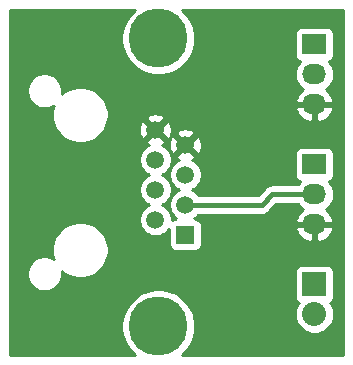
<source format=gbr>
G04 #@! TF.GenerationSoftware,KiCad,Pcbnew,(5.1.2-1)-1*
G04 #@! TF.CreationDate,2019-05-30T18:56:23+02:00*
G04 #@! TF.ProjectId,BBC Joystick Connector,42424320-4a6f-4797-9374-69636b20436f,rev?*
G04 #@! TF.SameCoordinates,Original*
G04 #@! TF.FileFunction,Copper,L1,Top*
G04 #@! TF.FilePolarity,Positive*
%FSLAX46Y46*%
G04 Gerber Fmt 4.6, Leading zero omitted, Abs format (unit mm)*
G04 Created by KiCad (PCBNEW (5.1.2-1)-1) date 2019-05-30 18:56:23*
%MOMM*%
%LPD*%
G04 APERTURE LIST*
%ADD10C,5.000000*%
%ADD11O,2.032000X2.032000*%
%ADD12R,2.032000X2.032000*%
%ADD13O,2.032000X1.727200*%
%ADD14R,2.032000X1.727200*%
%ADD15C,1.501140*%
%ADD16R,1.501140X1.501140*%
%ADD17C,0.400000*%
%ADD18C,0.254000*%
G04 APERTURE END LIST*
D10*
X134112000Y-60452000D03*
X134112000Y-36068000D03*
D11*
X147320000Y-59436000D03*
D12*
X147320000Y-56896000D03*
D13*
X147320000Y-51816000D03*
X147320000Y-49276000D03*
D14*
X147320000Y-46736000D03*
D13*
X147320000Y-41656000D03*
X147320000Y-39116000D03*
D14*
X147320000Y-36576000D03*
D15*
X133858000Y-43815000D03*
X133858000Y-51435000D03*
X136398000Y-50165000D03*
X133858000Y-48895000D03*
X136398000Y-47625000D03*
X133858000Y-46355000D03*
X136398000Y-45085000D03*
D16*
X136398000Y-52705000D03*
D17*
X136398000Y-50165000D02*
X142875000Y-50165000D01*
X143764000Y-49276000D02*
X147320000Y-49276000D01*
X142875000Y-50165000D02*
X143764000Y-49276000D01*
D18*
G36*
X131676886Y-34069554D02*
G01*
X131333799Y-34583021D01*
X131097476Y-35153554D01*
X130977000Y-35759229D01*
X130977000Y-36376771D01*
X131097476Y-36982446D01*
X131333799Y-37552979D01*
X131676886Y-38066446D01*
X132113554Y-38503114D01*
X132627021Y-38846201D01*
X133197554Y-39082524D01*
X133803229Y-39203000D01*
X134420771Y-39203000D01*
X134858150Y-39116000D01*
X145661749Y-39116000D01*
X145690684Y-39409777D01*
X145776375Y-39692264D01*
X145915531Y-39952606D01*
X146102803Y-40180797D01*
X146330994Y-40368069D01*
X146370947Y-40389424D01*
X146168271Y-40537514D01*
X145969267Y-40753965D01*
X145816314Y-41005081D01*
X145715291Y-41281211D01*
X145712642Y-41296974D01*
X145833783Y-41529000D01*
X147193000Y-41529000D01*
X147193000Y-41509000D01*
X147447000Y-41509000D01*
X147447000Y-41529000D01*
X148806217Y-41529000D01*
X148927358Y-41296974D01*
X148924709Y-41281211D01*
X148823686Y-41005081D01*
X148670733Y-40753965D01*
X148471729Y-40537514D01*
X148269053Y-40389424D01*
X148309006Y-40368069D01*
X148537197Y-40180797D01*
X148724469Y-39952606D01*
X148863625Y-39692264D01*
X148949316Y-39409777D01*
X148978251Y-39116000D01*
X148949316Y-38822223D01*
X148863625Y-38539736D01*
X148724469Y-38279394D01*
X148537197Y-38051203D01*
X148529135Y-38044586D01*
X148580180Y-38029102D01*
X148690494Y-37970137D01*
X148787185Y-37890785D01*
X148866537Y-37794094D01*
X148925502Y-37683780D01*
X148961812Y-37564082D01*
X148974072Y-37439600D01*
X148974072Y-35712400D01*
X148961812Y-35587918D01*
X148925502Y-35468220D01*
X148866537Y-35357906D01*
X148787185Y-35261215D01*
X148690494Y-35181863D01*
X148580180Y-35122898D01*
X148460482Y-35086588D01*
X148336000Y-35074328D01*
X146304000Y-35074328D01*
X146179518Y-35086588D01*
X146059820Y-35122898D01*
X145949506Y-35181863D01*
X145852815Y-35261215D01*
X145773463Y-35357906D01*
X145714498Y-35468220D01*
X145678188Y-35587918D01*
X145665928Y-35712400D01*
X145665928Y-37439600D01*
X145678188Y-37564082D01*
X145714498Y-37683780D01*
X145773463Y-37794094D01*
X145852815Y-37890785D01*
X145949506Y-37970137D01*
X146059820Y-38029102D01*
X146110865Y-38044586D01*
X146102803Y-38051203D01*
X145915531Y-38279394D01*
X145776375Y-38539736D01*
X145690684Y-38822223D01*
X145661749Y-39116000D01*
X134858150Y-39116000D01*
X135026446Y-39082524D01*
X135596979Y-38846201D01*
X136110446Y-38503114D01*
X136547114Y-38066446D01*
X136890201Y-37552979D01*
X137126524Y-36982446D01*
X137247000Y-36376771D01*
X137247000Y-35759229D01*
X137126524Y-35153554D01*
X136890201Y-34583021D01*
X136547114Y-34069554D01*
X136132560Y-33655000D01*
X149733000Y-33655000D01*
X149733000Y-62865000D01*
X136132560Y-62865000D01*
X136547114Y-62450446D01*
X136890201Y-61936979D01*
X137126524Y-61366446D01*
X137247000Y-60760771D01*
X137247000Y-60143229D01*
X137126524Y-59537554D01*
X137084459Y-59436000D01*
X145661012Y-59436000D01*
X145692889Y-59759653D01*
X145787295Y-60070867D01*
X145940602Y-60357684D01*
X146146918Y-60609082D01*
X146398316Y-60815398D01*
X146685133Y-60968705D01*
X146996347Y-61063111D01*
X147238896Y-61087000D01*
X147401104Y-61087000D01*
X147643653Y-61063111D01*
X147954867Y-60968705D01*
X148241684Y-60815398D01*
X148493082Y-60609082D01*
X148699398Y-60357684D01*
X148852705Y-60070867D01*
X148947111Y-59759653D01*
X148978988Y-59436000D01*
X148947111Y-59112347D01*
X148852705Y-58801133D01*
X148699398Y-58514316D01*
X148655737Y-58461115D01*
X148690494Y-58442537D01*
X148787185Y-58363185D01*
X148866537Y-58266494D01*
X148925502Y-58156180D01*
X148961812Y-58036482D01*
X148974072Y-57912000D01*
X148974072Y-55880000D01*
X148961812Y-55755518D01*
X148925502Y-55635820D01*
X148866537Y-55525506D01*
X148787185Y-55428815D01*
X148690494Y-55349463D01*
X148580180Y-55290498D01*
X148460482Y-55254188D01*
X148336000Y-55241928D01*
X146304000Y-55241928D01*
X146179518Y-55254188D01*
X146059820Y-55290498D01*
X145949506Y-55349463D01*
X145852815Y-55428815D01*
X145773463Y-55525506D01*
X145714498Y-55635820D01*
X145678188Y-55755518D01*
X145665928Y-55880000D01*
X145665928Y-57912000D01*
X145678188Y-58036482D01*
X145714498Y-58156180D01*
X145773463Y-58266494D01*
X145852815Y-58363185D01*
X145949506Y-58442537D01*
X145984263Y-58461115D01*
X145940602Y-58514316D01*
X145787295Y-58801133D01*
X145692889Y-59112347D01*
X145661012Y-59436000D01*
X137084459Y-59436000D01*
X136890201Y-58967021D01*
X136547114Y-58453554D01*
X136110446Y-58016886D01*
X135596979Y-57673799D01*
X135026446Y-57437476D01*
X134420771Y-57317000D01*
X133803229Y-57317000D01*
X133197554Y-57437476D01*
X132627021Y-57673799D01*
X132113554Y-58016886D01*
X131676886Y-58453554D01*
X131333799Y-58967021D01*
X131097476Y-59537554D01*
X130977000Y-60143229D01*
X130977000Y-60760771D01*
X131097476Y-61366446D01*
X131333799Y-61936979D01*
X131676886Y-62450446D01*
X132091440Y-62865000D01*
X121539000Y-62865000D01*
X121539000Y-55863740D01*
X122973000Y-55863740D01*
X122973000Y-56156260D01*
X123030068Y-56443158D01*
X123142010Y-56713411D01*
X123304525Y-56956632D01*
X123511368Y-57163475D01*
X123754589Y-57325990D01*
X124024842Y-57437932D01*
X124311740Y-57495000D01*
X124604260Y-57495000D01*
X124891158Y-57437932D01*
X125161411Y-57325990D01*
X125404632Y-57163475D01*
X125611475Y-56956632D01*
X125773990Y-56713411D01*
X125885932Y-56443158D01*
X125943000Y-56156260D01*
X125943000Y-55863740D01*
X125922927Y-55762826D01*
X125987651Y-55827550D01*
X126378279Y-56088560D01*
X126812321Y-56268346D01*
X127273098Y-56360000D01*
X127742902Y-56360000D01*
X128203679Y-56268346D01*
X128637721Y-56088560D01*
X129028349Y-55827550D01*
X129360550Y-55495349D01*
X129621560Y-55104721D01*
X129801346Y-54670679D01*
X129893000Y-54209902D01*
X129893000Y-53740098D01*
X129801346Y-53279321D01*
X129621560Y-52845279D01*
X129360550Y-52454651D01*
X129028349Y-52122450D01*
X128637721Y-51861440D01*
X128203679Y-51681654D01*
X127742902Y-51590000D01*
X127273098Y-51590000D01*
X126812321Y-51681654D01*
X126378279Y-51861440D01*
X125987651Y-52122450D01*
X125655450Y-52454651D01*
X125394440Y-52845279D01*
X125214654Y-53279321D01*
X125123000Y-53740098D01*
X125123000Y-54209902D01*
X125214654Y-54670679D01*
X125248391Y-54752128D01*
X125161411Y-54694010D01*
X124891158Y-54582068D01*
X124604260Y-54525000D01*
X124311740Y-54525000D01*
X124024842Y-54582068D01*
X123754589Y-54694010D01*
X123511368Y-54856525D01*
X123304525Y-55063368D01*
X123142010Y-55306589D01*
X123030068Y-55576842D01*
X122973000Y-55863740D01*
X121539000Y-55863740D01*
X121539000Y-46218533D01*
X132472430Y-46218533D01*
X132472430Y-46491467D01*
X132525677Y-46759156D01*
X132630124Y-47011313D01*
X132781758Y-47238249D01*
X132974751Y-47431242D01*
X133201687Y-47582876D01*
X133303383Y-47625000D01*
X133201687Y-47667124D01*
X132974751Y-47818758D01*
X132781758Y-48011751D01*
X132630124Y-48238687D01*
X132525677Y-48490844D01*
X132472430Y-48758533D01*
X132472430Y-49031467D01*
X132525677Y-49299156D01*
X132630124Y-49551313D01*
X132781758Y-49778249D01*
X132974751Y-49971242D01*
X133201687Y-50122876D01*
X133303383Y-50165000D01*
X133201687Y-50207124D01*
X132974751Y-50358758D01*
X132781758Y-50551751D01*
X132630124Y-50778687D01*
X132525677Y-51030844D01*
X132472430Y-51298533D01*
X132472430Y-51571467D01*
X132525677Y-51839156D01*
X132630124Y-52091313D01*
X132781758Y-52318249D01*
X132974751Y-52511242D01*
X133201687Y-52662876D01*
X133453844Y-52767323D01*
X133721533Y-52820570D01*
X133994467Y-52820570D01*
X134262156Y-52767323D01*
X134514313Y-52662876D01*
X134741249Y-52511242D01*
X134934242Y-52318249D01*
X135009358Y-52205830D01*
X135009358Y-53455570D01*
X135021618Y-53580052D01*
X135057928Y-53699750D01*
X135116893Y-53810064D01*
X135196245Y-53906755D01*
X135292936Y-53986107D01*
X135403250Y-54045072D01*
X135522948Y-54081382D01*
X135647430Y-54093642D01*
X137148570Y-54093642D01*
X137273052Y-54081382D01*
X137392750Y-54045072D01*
X137503064Y-53986107D01*
X137599755Y-53906755D01*
X137679107Y-53810064D01*
X137738072Y-53699750D01*
X137774382Y-53580052D01*
X137786642Y-53455570D01*
X137786642Y-52175026D01*
X145712642Y-52175026D01*
X145715291Y-52190789D01*
X145816314Y-52466919D01*
X145969267Y-52718035D01*
X146168271Y-52934486D01*
X146405679Y-53107954D01*
X146672367Y-53231773D01*
X146958086Y-53301185D01*
X147193000Y-53156925D01*
X147193000Y-51943000D01*
X147447000Y-51943000D01*
X147447000Y-53156925D01*
X147681914Y-53301185D01*
X147967633Y-53231773D01*
X148234321Y-53107954D01*
X148471729Y-52934486D01*
X148670733Y-52718035D01*
X148823686Y-52466919D01*
X148924709Y-52190789D01*
X148927358Y-52175026D01*
X148806217Y-51943000D01*
X147447000Y-51943000D01*
X147193000Y-51943000D01*
X145833783Y-51943000D01*
X145712642Y-52175026D01*
X137786642Y-52175026D01*
X137786642Y-51954430D01*
X137774382Y-51829948D01*
X137738072Y-51710250D01*
X137679107Y-51599936D01*
X137599755Y-51503245D01*
X137503064Y-51423893D01*
X137392750Y-51364928D01*
X137273052Y-51328618D01*
X137166227Y-51318097D01*
X137281249Y-51241242D01*
X137474242Y-51048249D01*
X137506481Y-51000000D01*
X142833982Y-51000000D01*
X142875000Y-51004040D01*
X142916018Y-51000000D01*
X142916019Y-51000000D01*
X143038689Y-50987918D01*
X143196087Y-50940172D01*
X143341146Y-50862636D01*
X143468291Y-50758291D01*
X143494445Y-50726422D01*
X144109868Y-50111000D01*
X145914673Y-50111000D01*
X145915531Y-50112606D01*
X146102803Y-50340797D01*
X146330994Y-50528069D01*
X146370947Y-50549424D01*
X146168271Y-50697514D01*
X145969267Y-50913965D01*
X145816314Y-51165081D01*
X145715291Y-51441211D01*
X145712642Y-51456974D01*
X145833783Y-51689000D01*
X147193000Y-51689000D01*
X147193000Y-51669000D01*
X147447000Y-51669000D01*
X147447000Y-51689000D01*
X148806217Y-51689000D01*
X148927358Y-51456974D01*
X148924709Y-51441211D01*
X148823686Y-51165081D01*
X148670733Y-50913965D01*
X148471729Y-50697514D01*
X148269053Y-50549424D01*
X148309006Y-50528069D01*
X148537197Y-50340797D01*
X148724469Y-50112606D01*
X148863625Y-49852264D01*
X148949316Y-49569777D01*
X148978251Y-49276000D01*
X148949316Y-48982223D01*
X148863625Y-48699736D01*
X148724469Y-48439394D01*
X148537197Y-48211203D01*
X148529135Y-48204586D01*
X148580180Y-48189102D01*
X148690494Y-48130137D01*
X148787185Y-48050785D01*
X148866537Y-47954094D01*
X148925502Y-47843780D01*
X148961812Y-47724082D01*
X148974072Y-47599600D01*
X148974072Y-45872400D01*
X148961812Y-45747918D01*
X148925502Y-45628220D01*
X148866537Y-45517906D01*
X148787185Y-45421215D01*
X148690494Y-45341863D01*
X148580180Y-45282898D01*
X148460482Y-45246588D01*
X148336000Y-45234328D01*
X146304000Y-45234328D01*
X146179518Y-45246588D01*
X146059820Y-45282898D01*
X145949506Y-45341863D01*
X145852815Y-45421215D01*
X145773463Y-45517906D01*
X145714498Y-45628220D01*
X145678188Y-45747918D01*
X145665928Y-45872400D01*
X145665928Y-47599600D01*
X145678188Y-47724082D01*
X145714498Y-47843780D01*
X145773463Y-47954094D01*
X145852815Y-48050785D01*
X145949506Y-48130137D01*
X146059820Y-48189102D01*
X146110865Y-48204586D01*
X146102803Y-48211203D01*
X145915531Y-48439394D01*
X145914673Y-48441000D01*
X143805018Y-48441000D01*
X143764000Y-48436960D01*
X143722981Y-48441000D01*
X143600311Y-48453082D01*
X143442913Y-48500828D01*
X143297854Y-48578364D01*
X143170709Y-48682709D01*
X143144563Y-48714568D01*
X142529132Y-49330000D01*
X137506481Y-49330000D01*
X137474242Y-49281751D01*
X137281249Y-49088758D01*
X137054313Y-48937124D01*
X136952617Y-48895000D01*
X137054313Y-48852876D01*
X137281249Y-48701242D01*
X137474242Y-48508249D01*
X137625876Y-48281313D01*
X137730323Y-48029156D01*
X137783570Y-47761467D01*
X137783570Y-47488533D01*
X137730323Y-47220844D01*
X137625876Y-46968687D01*
X137474242Y-46741751D01*
X137281249Y-46548758D01*
X137054313Y-46397124D01*
X136956304Y-46356527D01*
X136997032Y-46341817D01*
X137110201Y-46281326D01*
X137175796Y-46042401D01*
X136398000Y-45264605D01*
X135620204Y-46042401D01*
X135685799Y-46281326D01*
X135843063Y-46355133D01*
X135741687Y-46397124D01*
X135514751Y-46548758D01*
X135321758Y-46741751D01*
X135170124Y-46968687D01*
X135065677Y-47220844D01*
X135012430Y-47488533D01*
X135012430Y-47761467D01*
X135065677Y-48029156D01*
X135170124Y-48281313D01*
X135321758Y-48508249D01*
X135514751Y-48701242D01*
X135741687Y-48852876D01*
X135843383Y-48895000D01*
X135741687Y-48937124D01*
X135514751Y-49088758D01*
X135321758Y-49281751D01*
X135170124Y-49508687D01*
X135065677Y-49760844D01*
X135012430Y-50028533D01*
X135012430Y-50301467D01*
X135065677Y-50569156D01*
X135170124Y-50821313D01*
X135321758Y-51048249D01*
X135514751Y-51241242D01*
X135629773Y-51318097D01*
X135522948Y-51328618D01*
X135403250Y-51364928D01*
X135292936Y-51423893D01*
X135243570Y-51464407D01*
X135243570Y-51298533D01*
X135190323Y-51030844D01*
X135085876Y-50778687D01*
X134934242Y-50551751D01*
X134741249Y-50358758D01*
X134514313Y-50207124D01*
X134412617Y-50165000D01*
X134514313Y-50122876D01*
X134741249Y-49971242D01*
X134934242Y-49778249D01*
X135085876Y-49551313D01*
X135190323Y-49299156D01*
X135243570Y-49031467D01*
X135243570Y-48758533D01*
X135190323Y-48490844D01*
X135085876Y-48238687D01*
X134934242Y-48011751D01*
X134741249Y-47818758D01*
X134514313Y-47667124D01*
X134412617Y-47625000D01*
X134514313Y-47582876D01*
X134741249Y-47431242D01*
X134934242Y-47238249D01*
X135085876Y-47011313D01*
X135190323Y-46759156D01*
X135243570Y-46491467D01*
X135243570Y-46218533D01*
X135190323Y-45950844D01*
X135085876Y-45698687D01*
X134934242Y-45471751D01*
X134741249Y-45278758D01*
X134559729Y-45157470D01*
X135007613Y-45157470D01*
X135048467Y-45427329D01*
X135141183Y-45684032D01*
X135201674Y-45797201D01*
X135440599Y-45862796D01*
X136218395Y-45085000D01*
X136577605Y-45085000D01*
X137355401Y-45862796D01*
X137594326Y-45797201D01*
X137710283Y-45550125D01*
X137775809Y-45285173D01*
X137788387Y-45012530D01*
X137747533Y-44742671D01*
X137654817Y-44485968D01*
X137594326Y-44372799D01*
X137355401Y-44307204D01*
X136577605Y-45085000D01*
X136218395Y-45085000D01*
X135440599Y-44307204D01*
X135201674Y-44372799D01*
X135085717Y-44619875D01*
X135020191Y-44884827D01*
X135007613Y-45157470D01*
X134559729Y-45157470D01*
X134514313Y-45127124D01*
X134416304Y-45086527D01*
X134457032Y-45071817D01*
X134570201Y-45011326D01*
X134635796Y-44772401D01*
X133858000Y-43994605D01*
X133080204Y-44772401D01*
X133145799Y-45011326D01*
X133303063Y-45085133D01*
X133201687Y-45127124D01*
X132974751Y-45278758D01*
X132781758Y-45471751D01*
X132630124Y-45698687D01*
X132525677Y-45950844D01*
X132472430Y-46218533D01*
X121539000Y-46218533D01*
X121539000Y-40363740D01*
X122973000Y-40363740D01*
X122973000Y-40656260D01*
X123030068Y-40943158D01*
X123142010Y-41213411D01*
X123304525Y-41456632D01*
X123511368Y-41663475D01*
X123754589Y-41825990D01*
X124024842Y-41937932D01*
X124311740Y-41995000D01*
X124604260Y-41995000D01*
X124891158Y-41937932D01*
X125161411Y-41825990D01*
X125248391Y-41767872D01*
X125214654Y-41849321D01*
X125123000Y-42310098D01*
X125123000Y-42779902D01*
X125214654Y-43240679D01*
X125394440Y-43674721D01*
X125655450Y-44065349D01*
X125987651Y-44397550D01*
X126378279Y-44658560D01*
X126812321Y-44838346D01*
X127273098Y-44930000D01*
X127742902Y-44930000D01*
X128203679Y-44838346D01*
X128637721Y-44658560D01*
X129028349Y-44397550D01*
X129360550Y-44065349D01*
X129479405Y-43887470D01*
X132467613Y-43887470D01*
X132508467Y-44157329D01*
X132601183Y-44414032D01*
X132661674Y-44527201D01*
X132900599Y-44592796D01*
X133678395Y-43815000D01*
X134037605Y-43815000D01*
X134815401Y-44592796D01*
X135054326Y-44527201D01*
X135170283Y-44280125D01*
X135208004Y-44127599D01*
X135620204Y-44127599D01*
X136398000Y-44905395D01*
X137175796Y-44127599D01*
X137110201Y-43888674D01*
X136863125Y-43772717D01*
X136598173Y-43707191D01*
X136325530Y-43694613D01*
X136055671Y-43735467D01*
X135798968Y-43828183D01*
X135685799Y-43888674D01*
X135620204Y-44127599D01*
X135208004Y-44127599D01*
X135235809Y-44015173D01*
X135248387Y-43742530D01*
X135207533Y-43472671D01*
X135114817Y-43215968D01*
X135054326Y-43102799D01*
X134815401Y-43037204D01*
X134037605Y-43815000D01*
X133678395Y-43815000D01*
X132900599Y-43037204D01*
X132661674Y-43102799D01*
X132545717Y-43349875D01*
X132480191Y-43614827D01*
X132467613Y-43887470D01*
X129479405Y-43887470D01*
X129621560Y-43674721D01*
X129801346Y-43240679D01*
X129877545Y-42857599D01*
X133080204Y-42857599D01*
X133858000Y-43635395D01*
X134635796Y-42857599D01*
X134570201Y-42618674D01*
X134323125Y-42502717D01*
X134058173Y-42437191D01*
X133785530Y-42424613D01*
X133515671Y-42465467D01*
X133258968Y-42558183D01*
X133145799Y-42618674D01*
X133080204Y-42857599D01*
X129877545Y-42857599D01*
X129893000Y-42779902D01*
X129893000Y-42310098D01*
X129834307Y-42015026D01*
X145712642Y-42015026D01*
X145715291Y-42030789D01*
X145816314Y-42306919D01*
X145969267Y-42558035D01*
X146168271Y-42774486D01*
X146405679Y-42947954D01*
X146672367Y-43071773D01*
X146958086Y-43141185D01*
X147193000Y-42996925D01*
X147193000Y-41783000D01*
X147447000Y-41783000D01*
X147447000Y-42996925D01*
X147681914Y-43141185D01*
X147967633Y-43071773D01*
X148234321Y-42947954D01*
X148471729Y-42774486D01*
X148670733Y-42558035D01*
X148823686Y-42306919D01*
X148924709Y-42030789D01*
X148927358Y-42015026D01*
X148806217Y-41783000D01*
X147447000Y-41783000D01*
X147193000Y-41783000D01*
X145833783Y-41783000D01*
X145712642Y-42015026D01*
X129834307Y-42015026D01*
X129801346Y-41849321D01*
X129621560Y-41415279D01*
X129360550Y-41024651D01*
X129028349Y-40692450D01*
X128637721Y-40431440D01*
X128203679Y-40251654D01*
X127742902Y-40160000D01*
X127273098Y-40160000D01*
X126812321Y-40251654D01*
X126378279Y-40431440D01*
X125987651Y-40692450D01*
X125922927Y-40757174D01*
X125943000Y-40656260D01*
X125943000Y-40363740D01*
X125885932Y-40076842D01*
X125773990Y-39806589D01*
X125611475Y-39563368D01*
X125404632Y-39356525D01*
X125161411Y-39194010D01*
X124891158Y-39082068D01*
X124604260Y-39025000D01*
X124311740Y-39025000D01*
X124024842Y-39082068D01*
X123754589Y-39194010D01*
X123511368Y-39356525D01*
X123304525Y-39563368D01*
X123142010Y-39806589D01*
X123030068Y-40076842D01*
X122973000Y-40363740D01*
X121539000Y-40363740D01*
X121539000Y-33655000D01*
X132091440Y-33655000D01*
X131676886Y-34069554D01*
X131676886Y-34069554D01*
G37*
X131676886Y-34069554D02*
X131333799Y-34583021D01*
X131097476Y-35153554D01*
X130977000Y-35759229D01*
X130977000Y-36376771D01*
X131097476Y-36982446D01*
X131333799Y-37552979D01*
X131676886Y-38066446D01*
X132113554Y-38503114D01*
X132627021Y-38846201D01*
X133197554Y-39082524D01*
X133803229Y-39203000D01*
X134420771Y-39203000D01*
X134858150Y-39116000D01*
X145661749Y-39116000D01*
X145690684Y-39409777D01*
X145776375Y-39692264D01*
X145915531Y-39952606D01*
X146102803Y-40180797D01*
X146330994Y-40368069D01*
X146370947Y-40389424D01*
X146168271Y-40537514D01*
X145969267Y-40753965D01*
X145816314Y-41005081D01*
X145715291Y-41281211D01*
X145712642Y-41296974D01*
X145833783Y-41529000D01*
X147193000Y-41529000D01*
X147193000Y-41509000D01*
X147447000Y-41509000D01*
X147447000Y-41529000D01*
X148806217Y-41529000D01*
X148927358Y-41296974D01*
X148924709Y-41281211D01*
X148823686Y-41005081D01*
X148670733Y-40753965D01*
X148471729Y-40537514D01*
X148269053Y-40389424D01*
X148309006Y-40368069D01*
X148537197Y-40180797D01*
X148724469Y-39952606D01*
X148863625Y-39692264D01*
X148949316Y-39409777D01*
X148978251Y-39116000D01*
X148949316Y-38822223D01*
X148863625Y-38539736D01*
X148724469Y-38279394D01*
X148537197Y-38051203D01*
X148529135Y-38044586D01*
X148580180Y-38029102D01*
X148690494Y-37970137D01*
X148787185Y-37890785D01*
X148866537Y-37794094D01*
X148925502Y-37683780D01*
X148961812Y-37564082D01*
X148974072Y-37439600D01*
X148974072Y-35712400D01*
X148961812Y-35587918D01*
X148925502Y-35468220D01*
X148866537Y-35357906D01*
X148787185Y-35261215D01*
X148690494Y-35181863D01*
X148580180Y-35122898D01*
X148460482Y-35086588D01*
X148336000Y-35074328D01*
X146304000Y-35074328D01*
X146179518Y-35086588D01*
X146059820Y-35122898D01*
X145949506Y-35181863D01*
X145852815Y-35261215D01*
X145773463Y-35357906D01*
X145714498Y-35468220D01*
X145678188Y-35587918D01*
X145665928Y-35712400D01*
X145665928Y-37439600D01*
X145678188Y-37564082D01*
X145714498Y-37683780D01*
X145773463Y-37794094D01*
X145852815Y-37890785D01*
X145949506Y-37970137D01*
X146059820Y-38029102D01*
X146110865Y-38044586D01*
X146102803Y-38051203D01*
X145915531Y-38279394D01*
X145776375Y-38539736D01*
X145690684Y-38822223D01*
X145661749Y-39116000D01*
X134858150Y-39116000D01*
X135026446Y-39082524D01*
X135596979Y-38846201D01*
X136110446Y-38503114D01*
X136547114Y-38066446D01*
X136890201Y-37552979D01*
X137126524Y-36982446D01*
X137247000Y-36376771D01*
X137247000Y-35759229D01*
X137126524Y-35153554D01*
X136890201Y-34583021D01*
X136547114Y-34069554D01*
X136132560Y-33655000D01*
X149733000Y-33655000D01*
X149733000Y-62865000D01*
X136132560Y-62865000D01*
X136547114Y-62450446D01*
X136890201Y-61936979D01*
X137126524Y-61366446D01*
X137247000Y-60760771D01*
X137247000Y-60143229D01*
X137126524Y-59537554D01*
X137084459Y-59436000D01*
X145661012Y-59436000D01*
X145692889Y-59759653D01*
X145787295Y-60070867D01*
X145940602Y-60357684D01*
X146146918Y-60609082D01*
X146398316Y-60815398D01*
X146685133Y-60968705D01*
X146996347Y-61063111D01*
X147238896Y-61087000D01*
X147401104Y-61087000D01*
X147643653Y-61063111D01*
X147954867Y-60968705D01*
X148241684Y-60815398D01*
X148493082Y-60609082D01*
X148699398Y-60357684D01*
X148852705Y-60070867D01*
X148947111Y-59759653D01*
X148978988Y-59436000D01*
X148947111Y-59112347D01*
X148852705Y-58801133D01*
X148699398Y-58514316D01*
X148655737Y-58461115D01*
X148690494Y-58442537D01*
X148787185Y-58363185D01*
X148866537Y-58266494D01*
X148925502Y-58156180D01*
X148961812Y-58036482D01*
X148974072Y-57912000D01*
X148974072Y-55880000D01*
X148961812Y-55755518D01*
X148925502Y-55635820D01*
X148866537Y-55525506D01*
X148787185Y-55428815D01*
X148690494Y-55349463D01*
X148580180Y-55290498D01*
X148460482Y-55254188D01*
X148336000Y-55241928D01*
X146304000Y-55241928D01*
X146179518Y-55254188D01*
X146059820Y-55290498D01*
X145949506Y-55349463D01*
X145852815Y-55428815D01*
X145773463Y-55525506D01*
X145714498Y-55635820D01*
X145678188Y-55755518D01*
X145665928Y-55880000D01*
X145665928Y-57912000D01*
X145678188Y-58036482D01*
X145714498Y-58156180D01*
X145773463Y-58266494D01*
X145852815Y-58363185D01*
X145949506Y-58442537D01*
X145984263Y-58461115D01*
X145940602Y-58514316D01*
X145787295Y-58801133D01*
X145692889Y-59112347D01*
X145661012Y-59436000D01*
X137084459Y-59436000D01*
X136890201Y-58967021D01*
X136547114Y-58453554D01*
X136110446Y-58016886D01*
X135596979Y-57673799D01*
X135026446Y-57437476D01*
X134420771Y-57317000D01*
X133803229Y-57317000D01*
X133197554Y-57437476D01*
X132627021Y-57673799D01*
X132113554Y-58016886D01*
X131676886Y-58453554D01*
X131333799Y-58967021D01*
X131097476Y-59537554D01*
X130977000Y-60143229D01*
X130977000Y-60760771D01*
X131097476Y-61366446D01*
X131333799Y-61936979D01*
X131676886Y-62450446D01*
X132091440Y-62865000D01*
X121539000Y-62865000D01*
X121539000Y-55863740D01*
X122973000Y-55863740D01*
X122973000Y-56156260D01*
X123030068Y-56443158D01*
X123142010Y-56713411D01*
X123304525Y-56956632D01*
X123511368Y-57163475D01*
X123754589Y-57325990D01*
X124024842Y-57437932D01*
X124311740Y-57495000D01*
X124604260Y-57495000D01*
X124891158Y-57437932D01*
X125161411Y-57325990D01*
X125404632Y-57163475D01*
X125611475Y-56956632D01*
X125773990Y-56713411D01*
X125885932Y-56443158D01*
X125943000Y-56156260D01*
X125943000Y-55863740D01*
X125922927Y-55762826D01*
X125987651Y-55827550D01*
X126378279Y-56088560D01*
X126812321Y-56268346D01*
X127273098Y-56360000D01*
X127742902Y-56360000D01*
X128203679Y-56268346D01*
X128637721Y-56088560D01*
X129028349Y-55827550D01*
X129360550Y-55495349D01*
X129621560Y-55104721D01*
X129801346Y-54670679D01*
X129893000Y-54209902D01*
X129893000Y-53740098D01*
X129801346Y-53279321D01*
X129621560Y-52845279D01*
X129360550Y-52454651D01*
X129028349Y-52122450D01*
X128637721Y-51861440D01*
X128203679Y-51681654D01*
X127742902Y-51590000D01*
X127273098Y-51590000D01*
X126812321Y-51681654D01*
X126378279Y-51861440D01*
X125987651Y-52122450D01*
X125655450Y-52454651D01*
X125394440Y-52845279D01*
X125214654Y-53279321D01*
X125123000Y-53740098D01*
X125123000Y-54209902D01*
X125214654Y-54670679D01*
X125248391Y-54752128D01*
X125161411Y-54694010D01*
X124891158Y-54582068D01*
X124604260Y-54525000D01*
X124311740Y-54525000D01*
X124024842Y-54582068D01*
X123754589Y-54694010D01*
X123511368Y-54856525D01*
X123304525Y-55063368D01*
X123142010Y-55306589D01*
X123030068Y-55576842D01*
X122973000Y-55863740D01*
X121539000Y-55863740D01*
X121539000Y-46218533D01*
X132472430Y-46218533D01*
X132472430Y-46491467D01*
X132525677Y-46759156D01*
X132630124Y-47011313D01*
X132781758Y-47238249D01*
X132974751Y-47431242D01*
X133201687Y-47582876D01*
X133303383Y-47625000D01*
X133201687Y-47667124D01*
X132974751Y-47818758D01*
X132781758Y-48011751D01*
X132630124Y-48238687D01*
X132525677Y-48490844D01*
X132472430Y-48758533D01*
X132472430Y-49031467D01*
X132525677Y-49299156D01*
X132630124Y-49551313D01*
X132781758Y-49778249D01*
X132974751Y-49971242D01*
X133201687Y-50122876D01*
X133303383Y-50165000D01*
X133201687Y-50207124D01*
X132974751Y-50358758D01*
X132781758Y-50551751D01*
X132630124Y-50778687D01*
X132525677Y-51030844D01*
X132472430Y-51298533D01*
X132472430Y-51571467D01*
X132525677Y-51839156D01*
X132630124Y-52091313D01*
X132781758Y-52318249D01*
X132974751Y-52511242D01*
X133201687Y-52662876D01*
X133453844Y-52767323D01*
X133721533Y-52820570D01*
X133994467Y-52820570D01*
X134262156Y-52767323D01*
X134514313Y-52662876D01*
X134741249Y-52511242D01*
X134934242Y-52318249D01*
X135009358Y-52205830D01*
X135009358Y-53455570D01*
X135021618Y-53580052D01*
X135057928Y-53699750D01*
X135116893Y-53810064D01*
X135196245Y-53906755D01*
X135292936Y-53986107D01*
X135403250Y-54045072D01*
X135522948Y-54081382D01*
X135647430Y-54093642D01*
X137148570Y-54093642D01*
X137273052Y-54081382D01*
X137392750Y-54045072D01*
X137503064Y-53986107D01*
X137599755Y-53906755D01*
X137679107Y-53810064D01*
X137738072Y-53699750D01*
X137774382Y-53580052D01*
X137786642Y-53455570D01*
X137786642Y-52175026D01*
X145712642Y-52175026D01*
X145715291Y-52190789D01*
X145816314Y-52466919D01*
X145969267Y-52718035D01*
X146168271Y-52934486D01*
X146405679Y-53107954D01*
X146672367Y-53231773D01*
X146958086Y-53301185D01*
X147193000Y-53156925D01*
X147193000Y-51943000D01*
X147447000Y-51943000D01*
X147447000Y-53156925D01*
X147681914Y-53301185D01*
X147967633Y-53231773D01*
X148234321Y-53107954D01*
X148471729Y-52934486D01*
X148670733Y-52718035D01*
X148823686Y-52466919D01*
X148924709Y-52190789D01*
X148927358Y-52175026D01*
X148806217Y-51943000D01*
X147447000Y-51943000D01*
X147193000Y-51943000D01*
X145833783Y-51943000D01*
X145712642Y-52175026D01*
X137786642Y-52175026D01*
X137786642Y-51954430D01*
X137774382Y-51829948D01*
X137738072Y-51710250D01*
X137679107Y-51599936D01*
X137599755Y-51503245D01*
X137503064Y-51423893D01*
X137392750Y-51364928D01*
X137273052Y-51328618D01*
X137166227Y-51318097D01*
X137281249Y-51241242D01*
X137474242Y-51048249D01*
X137506481Y-51000000D01*
X142833982Y-51000000D01*
X142875000Y-51004040D01*
X142916018Y-51000000D01*
X142916019Y-51000000D01*
X143038689Y-50987918D01*
X143196087Y-50940172D01*
X143341146Y-50862636D01*
X143468291Y-50758291D01*
X143494445Y-50726422D01*
X144109868Y-50111000D01*
X145914673Y-50111000D01*
X145915531Y-50112606D01*
X146102803Y-50340797D01*
X146330994Y-50528069D01*
X146370947Y-50549424D01*
X146168271Y-50697514D01*
X145969267Y-50913965D01*
X145816314Y-51165081D01*
X145715291Y-51441211D01*
X145712642Y-51456974D01*
X145833783Y-51689000D01*
X147193000Y-51689000D01*
X147193000Y-51669000D01*
X147447000Y-51669000D01*
X147447000Y-51689000D01*
X148806217Y-51689000D01*
X148927358Y-51456974D01*
X148924709Y-51441211D01*
X148823686Y-51165081D01*
X148670733Y-50913965D01*
X148471729Y-50697514D01*
X148269053Y-50549424D01*
X148309006Y-50528069D01*
X148537197Y-50340797D01*
X148724469Y-50112606D01*
X148863625Y-49852264D01*
X148949316Y-49569777D01*
X148978251Y-49276000D01*
X148949316Y-48982223D01*
X148863625Y-48699736D01*
X148724469Y-48439394D01*
X148537197Y-48211203D01*
X148529135Y-48204586D01*
X148580180Y-48189102D01*
X148690494Y-48130137D01*
X148787185Y-48050785D01*
X148866537Y-47954094D01*
X148925502Y-47843780D01*
X148961812Y-47724082D01*
X148974072Y-47599600D01*
X148974072Y-45872400D01*
X148961812Y-45747918D01*
X148925502Y-45628220D01*
X148866537Y-45517906D01*
X148787185Y-45421215D01*
X148690494Y-45341863D01*
X148580180Y-45282898D01*
X148460482Y-45246588D01*
X148336000Y-45234328D01*
X146304000Y-45234328D01*
X146179518Y-45246588D01*
X146059820Y-45282898D01*
X145949506Y-45341863D01*
X145852815Y-45421215D01*
X145773463Y-45517906D01*
X145714498Y-45628220D01*
X145678188Y-45747918D01*
X145665928Y-45872400D01*
X145665928Y-47599600D01*
X145678188Y-47724082D01*
X145714498Y-47843780D01*
X145773463Y-47954094D01*
X145852815Y-48050785D01*
X145949506Y-48130137D01*
X146059820Y-48189102D01*
X146110865Y-48204586D01*
X146102803Y-48211203D01*
X145915531Y-48439394D01*
X145914673Y-48441000D01*
X143805018Y-48441000D01*
X143764000Y-48436960D01*
X143722981Y-48441000D01*
X143600311Y-48453082D01*
X143442913Y-48500828D01*
X143297854Y-48578364D01*
X143170709Y-48682709D01*
X143144563Y-48714568D01*
X142529132Y-49330000D01*
X137506481Y-49330000D01*
X137474242Y-49281751D01*
X137281249Y-49088758D01*
X137054313Y-48937124D01*
X136952617Y-48895000D01*
X137054313Y-48852876D01*
X137281249Y-48701242D01*
X137474242Y-48508249D01*
X137625876Y-48281313D01*
X137730323Y-48029156D01*
X137783570Y-47761467D01*
X137783570Y-47488533D01*
X137730323Y-47220844D01*
X137625876Y-46968687D01*
X137474242Y-46741751D01*
X137281249Y-46548758D01*
X137054313Y-46397124D01*
X136956304Y-46356527D01*
X136997032Y-46341817D01*
X137110201Y-46281326D01*
X137175796Y-46042401D01*
X136398000Y-45264605D01*
X135620204Y-46042401D01*
X135685799Y-46281326D01*
X135843063Y-46355133D01*
X135741687Y-46397124D01*
X135514751Y-46548758D01*
X135321758Y-46741751D01*
X135170124Y-46968687D01*
X135065677Y-47220844D01*
X135012430Y-47488533D01*
X135012430Y-47761467D01*
X135065677Y-48029156D01*
X135170124Y-48281313D01*
X135321758Y-48508249D01*
X135514751Y-48701242D01*
X135741687Y-48852876D01*
X135843383Y-48895000D01*
X135741687Y-48937124D01*
X135514751Y-49088758D01*
X135321758Y-49281751D01*
X135170124Y-49508687D01*
X135065677Y-49760844D01*
X135012430Y-50028533D01*
X135012430Y-50301467D01*
X135065677Y-50569156D01*
X135170124Y-50821313D01*
X135321758Y-51048249D01*
X135514751Y-51241242D01*
X135629773Y-51318097D01*
X135522948Y-51328618D01*
X135403250Y-51364928D01*
X135292936Y-51423893D01*
X135243570Y-51464407D01*
X135243570Y-51298533D01*
X135190323Y-51030844D01*
X135085876Y-50778687D01*
X134934242Y-50551751D01*
X134741249Y-50358758D01*
X134514313Y-50207124D01*
X134412617Y-50165000D01*
X134514313Y-50122876D01*
X134741249Y-49971242D01*
X134934242Y-49778249D01*
X135085876Y-49551313D01*
X135190323Y-49299156D01*
X135243570Y-49031467D01*
X135243570Y-48758533D01*
X135190323Y-48490844D01*
X135085876Y-48238687D01*
X134934242Y-48011751D01*
X134741249Y-47818758D01*
X134514313Y-47667124D01*
X134412617Y-47625000D01*
X134514313Y-47582876D01*
X134741249Y-47431242D01*
X134934242Y-47238249D01*
X135085876Y-47011313D01*
X135190323Y-46759156D01*
X135243570Y-46491467D01*
X135243570Y-46218533D01*
X135190323Y-45950844D01*
X135085876Y-45698687D01*
X134934242Y-45471751D01*
X134741249Y-45278758D01*
X134559729Y-45157470D01*
X135007613Y-45157470D01*
X135048467Y-45427329D01*
X135141183Y-45684032D01*
X135201674Y-45797201D01*
X135440599Y-45862796D01*
X136218395Y-45085000D01*
X136577605Y-45085000D01*
X137355401Y-45862796D01*
X137594326Y-45797201D01*
X137710283Y-45550125D01*
X137775809Y-45285173D01*
X137788387Y-45012530D01*
X137747533Y-44742671D01*
X137654817Y-44485968D01*
X137594326Y-44372799D01*
X137355401Y-44307204D01*
X136577605Y-45085000D01*
X136218395Y-45085000D01*
X135440599Y-44307204D01*
X135201674Y-44372799D01*
X135085717Y-44619875D01*
X135020191Y-44884827D01*
X135007613Y-45157470D01*
X134559729Y-45157470D01*
X134514313Y-45127124D01*
X134416304Y-45086527D01*
X134457032Y-45071817D01*
X134570201Y-45011326D01*
X134635796Y-44772401D01*
X133858000Y-43994605D01*
X133080204Y-44772401D01*
X133145799Y-45011326D01*
X133303063Y-45085133D01*
X133201687Y-45127124D01*
X132974751Y-45278758D01*
X132781758Y-45471751D01*
X132630124Y-45698687D01*
X132525677Y-45950844D01*
X132472430Y-46218533D01*
X121539000Y-46218533D01*
X121539000Y-40363740D01*
X122973000Y-40363740D01*
X122973000Y-40656260D01*
X123030068Y-40943158D01*
X123142010Y-41213411D01*
X123304525Y-41456632D01*
X123511368Y-41663475D01*
X123754589Y-41825990D01*
X124024842Y-41937932D01*
X124311740Y-41995000D01*
X124604260Y-41995000D01*
X124891158Y-41937932D01*
X125161411Y-41825990D01*
X125248391Y-41767872D01*
X125214654Y-41849321D01*
X125123000Y-42310098D01*
X125123000Y-42779902D01*
X125214654Y-43240679D01*
X125394440Y-43674721D01*
X125655450Y-44065349D01*
X125987651Y-44397550D01*
X126378279Y-44658560D01*
X126812321Y-44838346D01*
X127273098Y-44930000D01*
X127742902Y-44930000D01*
X128203679Y-44838346D01*
X128637721Y-44658560D01*
X129028349Y-44397550D01*
X129360550Y-44065349D01*
X129479405Y-43887470D01*
X132467613Y-43887470D01*
X132508467Y-44157329D01*
X132601183Y-44414032D01*
X132661674Y-44527201D01*
X132900599Y-44592796D01*
X133678395Y-43815000D01*
X134037605Y-43815000D01*
X134815401Y-44592796D01*
X135054326Y-44527201D01*
X135170283Y-44280125D01*
X135208004Y-44127599D01*
X135620204Y-44127599D01*
X136398000Y-44905395D01*
X137175796Y-44127599D01*
X137110201Y-43888674D01*
X136863125Y-43772717D01*
X136598173Y-43707191D01*
X136325530Y-43694613D01*
X136055671Y-43735467D01*
X135798968Y-43828183D01*
X135685799Y-43888674D01*
X135620204Y-44127599D01*
X135208004Y-44127599D01*
X135235809Y-44015173D01*
X135248387Y-43742530D01*
X135207533Y-43472671D01*
X135114817Y-43215968D01*
X135054326Y-43102799D01*
X134815401Y-43037204D01*
X134037605Y-43815000D01*
X133678395Y-43815000D01*
X132900599Y-43037204D01*
X132661674Y-43102799D01*
X132545717Y-43349875D01*
X132480191Y-43614827D01*
X132467613Y-43887470D01*
X129479405Y-43887470D01*
X129621560Y-43674721D01*
X129801346Y-43240679D01*
X129877545Y-42857599D01*
X133080204Y-42857599D01*
X133858000Y-43635395D01*
X134635796Y-42857599D01*
X134570201Y-42618674D01*
X134323125Y-42502717D01*
X134058173Y-42437191D01*
X133785530Y-42424613D01*
X133515671Y-42465467D01*
X133258968Y-42558183D01*
X133145799Y-42618674D01*
X133080204Y-42857599D01*
X129877545Y-42857599D01*
X129893000Y-42779902D01*
X129893000Y-42310098D01*
X129834307Y-42015026D01*
X145712642Y-42015026D01*
X145715291Y-42030789D01*
X145816314Y-42306919D01*
X145969267Y-42558035D01*
X146168271Y-42774486D01*
X146405679Y-42947954D01*
X146672367Y-43071773D01*
X146958086Y-43141185D01*
X147193000Y-42996925D01*
X147193000Y-41783000D01*
X147447000Y-41783000D01*
X147447000Y-42996925D01*
X147681914Y-43141185D01*
X147967633Y-43071773D01*
X148234321Y-42947954D01*
X148471729Y-42774486D01*
X148670733Y-42558035D01*
X148823686Y-42306919D01*
X148924709Y-42030789D01*
X148927358Y-42015026D01*
X148806217Y-41783000D01*
X147447000Y-41783000D01*
X147193000Y-41783000D01*
X145833783Y-41783000D01*
X145712642Y-42015026D01*
X129834307Y-42015026D01*
X129801346Y-41849321D01*
X129621560Y-41415279D01*
X129360550Y-41024651D01*
X129028349Y-40692450D01*
X128637721Y-40431440D01*
X128203679Y-40251654D01*
X127742902Y-40160000D01*
X127273098Y-40160000D01*
X126812321Y-40251654D01*
X126378279Y-40431440D01*
X125987651Y-40692450D01*
X125922927Y-40757174D01*
X125943000Y-40656260D01*
X125943000Y-40363740D01*
X125885932Y-40076842D01*
X125773990Y-39806589D01*
X125611475Y-39563368D01*
X125404632Y-39356525D01*
X125161411Y-39194010D01*
X124891158Y-39082068D01*
X124604260Y-39025000D01*
X124311740Y-39025000D01*
X124024842Y-39082068D01*
X123754589Y-39194010D01*
X123511368Y-39356525D01*
X123304525Y-39563368D01*
X123142010Y-39806589D01*
X123030068Y-40076842D01*
X122973000Y-40363740D01*
X121539000Y-40363740D01*
X121539000Y-33655000D01*
X132091440Y-33655000D01*
X131676886Y-34069554D01*
M02*

</source>
